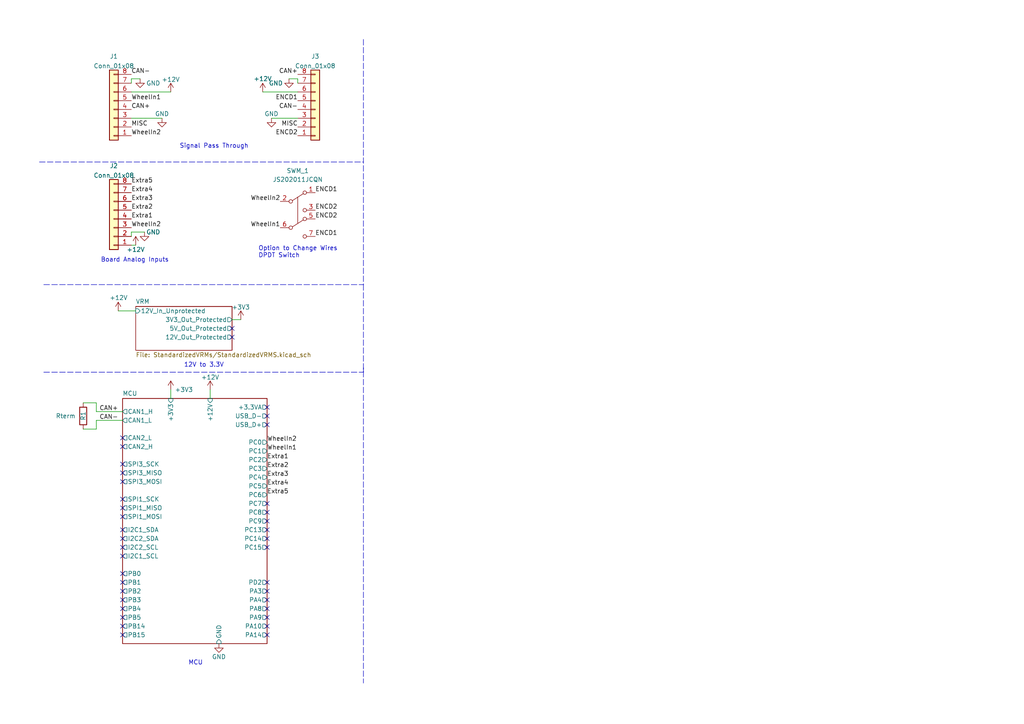
<source format=kicad_sch>
(kicad_sch (version 20211123) (generator eeschema)
  (paper "A4")
  (title_block (title "Wheelspeed Controller") (date "10/30/2022") (rev "X") (company "Longhorn Racing Electric"))
  (lib_symbols
    (symbol "Connector_Generic:Conn_01x08" (pin_names (offset 1.016) hide)
      (property "Reference" "J" (at 0 10.16 0))
      (property "Value" "Conn_01x08" (at 0 -12.7 0))
      (symbol "Conn_01x08_1_1"
        (rectangle (start -1.27 -10.033) (end 0 -10.287) (stroke (width 0.1524)))
        (rectangle (start -1.27 -7.493) (end 0 -7.747) (stroke (width 0.1524)))
        (rectangle (start -1.27 -4.953) (end 0 -5.207) (stroke (width 0.1524)))
        (rectangle (start -1.27 -2.413) (end 0 -2.667) (stroke (width 0.1524)))
        (rectangle (start -1.27 0.127) (end 0 -0.127) (stroke (width 0.1524)))
        (rectangle (start -1.27 2.667) (end 0 2.413) (stroke (width 0.1524)))
        (rectangle (start -1.27 5.207) (end 0 4.953) (stroke (width 0.1524)))
        (rectangle (start -1.27 7.747) (end 0 7.493) (stroke (width 0.1524)))
        (rectangle (start -1.27 8.89) (end 1.27 -11.43) (stroke (width 0.254)) (fill (type background)))
        (pin passive line (at -5.08 7.62 0) (length 3.81) (name "Pin_1") (number "1"))
        (pin passive line (at -5.08 5.08 0) (length 3.81) (name "Pin_2") (number "2"))
        (pin passive line (at -5.08 2.54 0) (length 3.81) (name "Pin_3") (number "3"))
        (pin passive line (at -5.08 0 0) (length 3.81) (name "Pin_4") (number "4"))
        (pin passive line (at -5.08 -2.54 0) (length 3.81) (name "Pin_5") (number "5"))
        (pin passive line (at -5.08 -5.08 0) (length 3.81) (name "Pin_6") (number "6"))
        (pin passive line (at -5.08 -7.62 0) (length 3.81) (name "Pin_7") (number "7"))
        (pin passive line (at -5.08 -10.16 0) (length 3.81) (name "Pin_8") (number "8"))
      )
    )
    (symbol "Device:R" (pin_numbers hide) (pin_names (offset 0))
      (property "Reference" "R" (at 2.032 0 90))
      (property "Value" "R" (at 0 0 90))
      (symbol "R_0_1"
        (rectangle (start -1.016 -2.54) (end 1.016 2.54) (stroke (width 0.254)))
      )
      (symbol "R_1_1"
        (pin passive line (at 0 3.81 270) (length 1.27) (name "~") (number "1"))
        (pin passive line (at 0 -3.81 90) (length 1.27) (name "~") (number "2"))
      )
    )
    (symbol "LHRE Component Library:SW_DPDT" (pin_names (offset 0) hide)
      (property "Reference" "SW1" (at 0 6.8875 0))
      (property "Value" "SW_DPDT" (at 0 4.1124 0))
      (symbol "SW_DPDT_0_0"
        (circle (center -2.032 0) (radius 0.508))
        (circle (center 2.032 -2.54) (radius 0.508))
      )
      (symbol "SW_DPDT_0_1"
        (polyline (pts (xy -1.524 0.254) (xy 1.651 2.286)))
        (polyline (pts (xy 0 1.27) (xy 0 -6.35)))
        (circle (center 2.032 2.54) (radius 0.508))
      )
      (symbol "SW_DPDT_1_1"
        (circle (center -2.032 -7.62) (radius 0.508))
        (polyline (pts (xy -1.524 -7.366) (xy 1.651 -5.334)))
        (circle (center 2.032 -10.16) (radius 0.508))
        (circle (center 2.032 -5.08) (radius 0.508))
        (pin passive line (at 5.08 2.54 180) (length 2.54) (name "A") (number "1"))
        (pin passive line (at -5.08 0 0) (length 2.54) (name "B") (number "2"))
        (pin passive line (at 5.08 -2.54 180) (length 2.54) (name "C") (number "3"))
        (pin passive line (at 5.08 -5.08 180) (length 2.54) (name "Passive") (number "5"))
        (pin passive line (at -5.08 -7.62 0) (length 2.54) (name "Passive") (number "6"))
        (pin passive line (at 5.08 -10.16 180) (length 2.54) (name "Passive") (number "7"))
      )
    )
    (symbol "power:+12V" (power) (pin_names (offset 0))
      (property "Value" "+12V" (at 0 3.556 0))
      (symbol "+12V_0_1"
        (polyline (pts (xy -0.762 1.27) (xy 0 2.54)))
        (polyline (pts (xy 0 0) (xy 0 2.54)))
        (polyline (pts (xy 0 2.54) (xy 0.762 1.27)))
      )
      (symbol "+12V_1_1"
        (pin power_in line (at 0 0 90) (length 0) hide (name "+12V") (number "1"))
      )
    )
    (symbol "power:+3.3V" (power) (pin_names (offset 0))
      (property "Value" "+3.3V" (at 0 3.556 0))
      (symbol "+3.3V_0_1"
        (polyline (pts (xy -0.762 1.27) (xy 0 2.54)))
        (polyline (pts (xy 0 0) (xy 0 2.54)))
        (polyline (pts (xy 0 2.54) (xy 0.762 1.27)))
      )
      (symbol "+3.3V_1_1"
        (pin power_in line (at 0 0 90) (length 0) hide (name "+3V3") (number "1"))
      )
    )
    (symbol "power:GND" (power) (pin_names (offset 0))
      (property "Value" "GND" (at 0 -3.81 0))
      (symbol "GND_0_1"
        (polyline (pts (xy 0 0) (xy 0 -1.27) (xy 1.27 -1.27) (xy 0 -2.54) (xy -1.27 -1.27) (xy 0 -1.27)))
      )
      (symbol "GND_1_1"
        (pin power_in line (at 0 0 270) (length 0) hide (name "GND") (number "1"))
      )
    )
  )
  (no_connect (at 77.47 118.11))
  (no_connect (at 77.47 123.19))
  (no_connect (at 77.47 120.65))
  (no_connect (at 77.47 168.91))
  (no_connect (at 77.47 171.45))
  (no_connect (at 35.56 173.99))
  (no_connect (at 35.56 168.91))
  (no_connect (at 35.56 139.7))
  (no_connect (at 35.56 129.54))
  (no_connect (at 35.56 137.16))
  (no_connect (at 77.47 173.99))
  (no_connect (at 35.56 149.86))
  (no_connect (at 35.56 147.32))
  (no_connect (at 35.56 166.37))
  (no_connect (at 35.56 127))
  (no_connect (at 35.56 161.29))
  (no_connect (at 35.56 153.67))
  (no_connect (at 35.56 158.75))
  (no_connect (at 35.56 156.21))
  (no_connect (at 35.56 181.61))
  (no_connect (at 35.56 176.53))
  (no_connect (at 35.56 179.07))
  (no_connect (at 35.56 171.45))
  (no_connect (at 35.56 184.15))
  (no_connect (at 35.56 134.62))
  (no_connect (at 35.56 144.78))
  (no_connect (at 77.47 176.53))
  (no_connect (at 67.31 97.79))
  (no_connect (at 77.47 146.05))
  (no_connect (at 77.47 148.59))
  (no_connect (at 77.47 151.13))
  (no_connect (at 77.47 153.67))
  (no_connect (at 77.47 156.21))
  (no_connect (at 77.47 158.75))
  (no_connect (at 77.47 179.07))
  (no_connect (at 77.47 181.61))
  (no_connect (at 77.47 184.15))
  (no_connect (at 67.31 95.25))
  (wire (pts (xy 27.94 121.92) (xy 35.56 121.92)))
  (wire (pts (xy 38.1 22.86) (xy 38.1 24.13)))
  (wire (pts (xy 78.74 34.29) (xy 86.36 34.29)))
  (wire (pts (xy 39.37 71.12) (xy 38.1 71.12)))
  (wire (pts (xy 27.94 116.84) (xy 24.13 116.84)))
  (polyline (pts (xy 105.41 11.43) (xy 105.41 82.55)))
  (wire (pts (xy 83.82 22.86) (xy 86.36 22.86)))
  (wire (pts (xy 35.56 119.38) (xy 27.94 119.38)))
  (polyline (pts (xy 12.7 107.95) (xy 105.41 107.95)))
  (polyline (pts (xy 105.41 82.55) (xy 105.41 198.12)))
  (wire (pts (xy 27.94 119.38) (xy 27.94 116.84)))
  (wire (pts (xy 40.64 22.86) (xy 38.1 22.86)))
  (wire (pts (xy 49.53 26.67) (xy 38.1 26.67)))
  (wire (pts (xy 49.53 113.03) (xy 49.53 115.57)))
  (polyline (pts (xy 11.43 46.99) (xy 105.41 46.99)))
  (wire (pts (xy 76.2 26.67) (xy 86.36 26.67)))
  (wire (pts (xy 41.91 67.31) (xy 38.1 67.31)))
  (wire (pts (xy 38.1 67.31) (xy 38.1 68.58)))
  (polyline (pts (xy 12.7 82.55) (xy 105.41 82.55)))
  (polyline (pts (xy 105.41 107.95) (xy 105.41 106.68)))
  (wire (pts (xy 60.96 113.03) (xy 60.96 115.57)))
  (wire (pts (xy 86.36 24.13) (xy 86.36 22.86)))
  (wire (pts (xy 69.85 92.71) (xy 67.31 92.71)))
  (wire (pts (xy 24.13 124.46) (xy 27.94 124.46)))
  (wire (pts (xy 46.99 34.29) (xy 38.1 34.29)))
  (wire (pts (xy 34.29 90.17) (xy 39.37 90.17)))
  (wire (pts (xy 27.94 124.46) (xy 27.94 121.92)))
  (text "Signal Pass Through" (at 52.07 43.18 0) (effects (font (size 1.27 1.27)) (justify left bottom)))
  (text "MCU" (at 54.61 193.04 0) (effects (font (size 1.27 1.27)) (justify left bottom)))
  (text "Board Analog Inputs" (at 29.21 76.2 0) (effects (font (size 1.27 1.27)) (justify left bottom)))
  (text "Option to Change Wires\nDPDT Switch" (at 74.93 74.93 0) (effects (font (size 1.27 1.27)) (justify left bottom)))
  (text "12V to 3.3V" (at 53.34 106.68 0) (effects (font (size 1.27 1.27)) (justify left bottom)))
  (label "WheelIn1" (at 77.47 130.81 0))
  (label "ENCD2" (at 91.44 60.96 0))
  (label "CAN+" (at 86.36 21.59 180))
  (label "Extra3" (at 38.1 58.42 0))
  (label "Extra3" (at 77.47 138.43 0))
  (label "WheelIn1" (at 81.28 66.04 180))
  (label "ENCD1" (at 86.36 29.21 180))
  (label "MISC" (at 86.36 36.83 180))
  (label "CAN+" (at 34.29 119.38 180))
  (label "MISC" (at 38.1 36.83 0))
  (label "WheelIn2" (at 81.28 58.42 180))
  (label "ENCD2" (at 86.36 39.37 180))
  (label "Extra2" (at 38.1 60.96 0))
  (label "ENCD1" (at 91.44 68.58 0))
  (label "WheelIn1" (at 38.1 29.21 0))
  (label "Extra2" (at 77.47 135.89 0))
  (label "CAN-" (at 38.1 21.59 0))
  (label "Extra4" (at 38.1 55.88 0))
  (label "WheelIn2" (at 77.47 128.27 0))
  (label "CAN-" (at 34.29 121.92 180))
  (label "WheelIn2" (at 38.1 39.37 0))
  (label "ENCD1" (at 91.44 55.88 0))
  (label "ENCD2" (at 91.44 63.5 0))
  (label "Extra4" (at 77.47 140.97 0))
  (label "CAN+" (at 38.1 31.75 0))
  (label "Extra1" (at 38.1 63.5 0))
  (label "WheelIn2" (at 38.1 66.04 0))
  (label "Extra5" (at 38.1 53.34 0))
  (label "Extra5" (at 77.47 143.51 0))
  (label "CAN-" (at 86.36 31.75 180))
  (label "Extra1" (at 77.47 133.35 0))
  (symbol (lib_id "Connector_Generic:Conn_01x08") (at 33.02 63.5 180) (unit 1)
    (property "Reference" "J2" (at 33.02 48.1035 0))
    (property "Value" "Conn_01x08" (at 33.02 50.8786 0))
  )
  (symbol (lib_id "power:+3.3V") (at 49.53 113.03 0) (unit 1)
    (property "Reference" "#PWR09" (effects hide))
    (property "Value" "+3.3V" (at 53.34 113.03 0))
  )
  (symbol (lib_id "power:+12V") (at 60.96 113.03 0) (unit 1)
    (property "Reference" "#PWR07" (effects hide))
    (property "Value" "+12V" (at 60.96 109.4255 0))
  )
  (symbol (lib_id "power:+12V") (at 34.29 90.17 0) (unit 1)
    (property "Reference" "#PWR01" (effects hide))
    (property "Value" "+12V" (at 31.75 86.36 0) (effects (justify left)))
  )
  (symbol (lib_id "power:GND") (at 46.99 34.29 0) (unit 1)
    (property "Reference" "#PWR05" (effects hide))
    (property "Value" "GND" (at 46.99 33.02 0))
  )
  (symbol (lib_id "power:+12V") (at 49.53 26.67 0) (unit 1)
    (property "Reference" "#PWR06" (effects hide))
    (property "Value" "+12V" (at 49.53 23.0655 0))
  )
  (symbol (lib_id "power:GND") (at 63.5 186.69 0) (unit 1)
    (property "Reference" "#PWR08" (effects hide))
    (property "Value" "GND" (at 63.5 190.5 0))
  )
  (symbol (lib_id "power:GND") (at 40.64 22.86 0) (unit 1)
    (property "Reference" "#PWR02" (effects hide))
    (property "Value" "GND" (at 44.45 24.13 0))
  )
  (symbol (lib_id "power:+3.3V") (at 69.85 92.71 0) (unit 1)
    (property "Reference" "#PWR010" (effects hide))
    (property "Value" "+3.3V" (at 69.85 89.1055 0))
  )
  (symbol (lib_id "Connector_Generic:Conn_01x08") (at 33.02 31.75 180) (unit 1)
    (property "Reference" "J1" (at 33.02 16.3535 0))
    (property "Value" "Conn_01x08" (at 33.02 19.1286 0))
  )
  (symbol (lib_id "power:GND") (at 78.74 34.29 0) (unit 1)
    (property "Reference" "#PWR012" (effects hide))
    (property "Value" "GND" (at 78.74 33.02 0))
  )
  (symbol (lib_id "power:GND") (at 83.82 22.86 0) (unit 1)
    (property "Reference" "#PWR013" (effects hide))
    (property "Value" "GND" (at 80.01 24.13 0))
  )
  (symbol (lib_id "LHRE Component Library:SW_DPDT") (at 86.36 58.42 0) (unit 1)
    (property "Reference" "SWM_1" (at 86.36 49.53 0))
    (property "Value" "JS202011JCQN" (at 86.36 52.07 0))
    (property "Footprint" "SamacSys_Parts:JS202011JCQN" (effects hide))
  )
  (symbol (lib_id "Connector_Generic:Conn_01x08") (at 91.44 31.75 0) (mirror x) (unit 1)
    (property "Reference" "J3" (at 91.44 16.3535 0))
    (property "Value" "Conn_01x08" (at 91.44 19.1286 0))
  )
  (symbol (lib_id "Device:R") (at 24.13 120.65 180) (unit 1)
    (property "Reference" "R1" (at 24.13 120.65 90))
    (property "Value" "Rterm" (at 19.05 120.65 0))
    (property "Footprint" "Resistor_SMD:R_0603_1608Metric_Pad0.98x0.95mm_HandSolder" (effects hide))
  )
  (symbol (lib_id "power:+12V") (at 76.2 26.67 0) (unit 1)
    (property "Reference" "#PWR011" (effects hide))
    (property "Value" "+12V" (at 76.2 22.86 0))
  )
  (symbol (lib_id "power:+12V") (at 39.37 71.12 0) (unit 1)
    (property "Reference" "#PWR03" (effects hide))
    (property "Value" "+12V" (at 39.37 72.39 0))
  )
  (symbol (lib_id "power:GND") (at 41.91 67.31 0) (unit 1)
    (property "Reference" "#PWR04" (effects hide))
    (property "Value" "GND" (at 44.45 67.31 0))
  )
  (sheet (at 39.37 88.9) (size 27.94 12.7) (stroke (width 0.1524))
    (property "Sheet name" "VRM" (at 39.37 88.1884 0) (effects (justify left bottom)))
    (property "Sheet file" "StandardizedVRMs\\StandardizedVRMS.kicad_sch" (at 39.37 102.1846 0) (effects (justify left top)))
    (pin "12V_In_Unprotected" input (at 39.37 90.17 180))
    (pin "12V_Out_Protected" output (at 67.31 97.79 0))
    (pin "5V_Out_Protected" output (at 67.31 95.25 0))
    (pin "3V3_Out_Protected" output (at 67.31 92.71 0))
  )
  (sheet (at 35.56 115.57) (size 41.91 71.12) (stroke (width 0.1524))
    (property "Sheet name" "MCU" (at 35.56 114.8584 0) (effects (justify left bottom)))
    (property "Sheet file" "..\\..\\2023KicadLibrary\\Standardized Subsheets\\microcontroller.kicad_sch" (effects hide))
    (pin "GND" input (at 63.5 186.69 270))
    (pin "I2C1_SDA" output (at 35.56 153.67 180))
    (pin "I2C2_SDA" output (at 35.56 156.21 180))
    (pin "I2C2_SCL" output (at 35.56 158.75 180))
    (pin "I2C1_SCL" output (at 35.56 161.29 180))
    (pin "+12V" input (at 60.96 115.57 90))
    (pin "+3.3VA" output (at 77.47 118.11 0))
    (pin "USB_D-" output (at 77.47 120.65 0))
    (pin "USB_D+" output (at 77.47 123.19 0))
    (pin "SPI1_MOSI" output (at 35.56 149.86 180))
    (pin "PD2" output (at 77.47 168.91 0))
    (pin "PC6" output (at 77.47 143.51 0))
    (pin "PC7" output (at 77.47 146.05 0))
    (pin "PC0" output (at 77.47 128.27 0))
    (pin "PC5" output (at 77.47 140.97 0))
    (pin "PC2" output (at 77.47 133.35 0))
    (pin "PC3" output (at 77.47 135.89 0))
    (pin "PC4" output (at 77.47 138.43 0))
    (pin "PC1" output (at 77.47 130.81 0))
    (pin "SPI3_SCK" output (at 35.56 134.62 180))
    (pin "SPI3_MISO" output (at 35.56 137.16 180))
    (pin "PC9" output (at 77.47 151.13 0))
    (pin "PC15" output (at 77.47 158.75 0))
    (pin "PC8" output (at 77.47 148.59 0))
    (pin "PC13" output (at 77.47 153.67 0))
    (pin "PC14" output (at 77.47 156.21 0))
    (pin "SPI3_MOSI" output (at 35.56 139.7 180))
    (pin "CAN1_H" output (at 35.56 119.38 180))
    (pin "CAN1_L" output (at 35.56 121.92 180))
    (pin "CAN2_L" output (at 35.56 127 180))
    (pin "CAN2_H" output (at 35.56 129.54 180))
    (pin "PB5" output (at 35.56 179.07 180))
    (pin "PB15" output (at 35.56 184.15 180))
    (pin "PB14" output (at 35.56 181.61 180))
    (pin "PB2" output (at 35.56 171.45 180))
    (pin "PB4" output (at 35.56 176.53 180))
    (pin "PB1" output (at 35.56 168.91 180))
    (pin "PB3" output (at 35.56 173.99 180))
    (pin "PB0" output (at 35.56 166.37 180))
    (pin "PA14" output (at 77.47 184.15 0))
    (pin "PA10" output (at 77.47 181.61 0))
    (pin "SPI1_SCK" output (at 35.56 144.78 180))
    (pin "PA8" output (at 77.47 176.53 0))
    (pin "SPI1_MISO" output (at 35.56 147.32 180))
    (pin "PA4" output (at 77.47 173.99 0))
    (pin "PA9" output (at 77.47 179.07 0))
    (pin "PA3" output (at 77.47 171.45 0))
    (pin "+3V3" input (at 49.53 115.57 90))
  )
)
</source>
